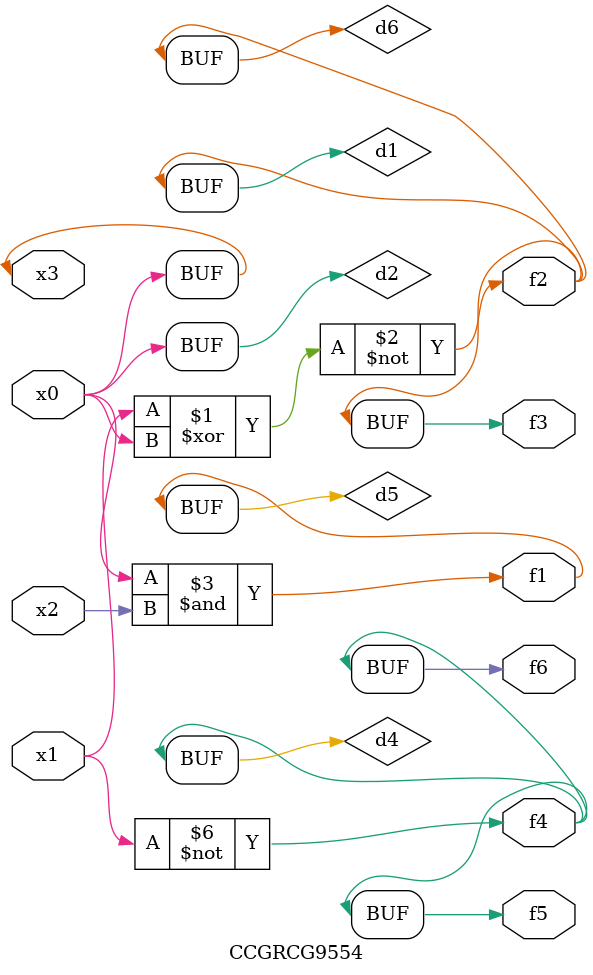
<source format=v>
module CCGRCG9554(
	input x0, x1, x2, x3,
	output f1, f2, f3, f4, f5, f6
);

	wire d1, d2, d3, d4, d5, d6;

	xnor (d1, x1, x3);
	buf (d2, x0, x3);
	nand (d3, x0, x2);
	not (d4, x1);
	nand (d5, d3);
	or (d6, d1);
	assign f1 = d5;
	assign f2 = d6;
	assign f3 = d6;
	assign f4 = d4;
	assign f5 = d4;
	assign f6 = d4;
endmodule

</source>
